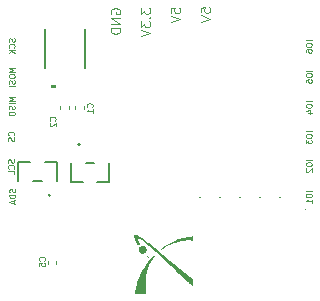
<source format=gbr>
%TF.GenerationSoftware,KiCad,Pcbnew,8.0.6-8.0.6-0~ubuntu22.04.1*%
%TF.CreationDate,2024-12-18T19:37:20+01:00*%
%TF.ProjectId,Xplore ERC IMU HAT,58706c6f-7265-4204-9552-4320494d5520,rev?*%
%TF.SameCoordinates,Original*%
%TF.FileFunction,Legend,Bot*%
%TF.FilePolarity,Positive*%
%FSLAX46Y46*%
G04 Gerber Fmt 4.6, Leading zero omitted, Abs format (unit mm)*
G04 Created by KiCad (PCBNEW 8.0.6-8.0.6-0~ubuntu22.04.1) date 2024-12-18 19:37:20*
%MOMM*%
%LPD*%
G01*
G04 APERTURE LIST*
%ADD10C,0.100000*%
%ADD11C,0.000000*%
%ADD12C,0.099398*%
%ADD13C,0.152400*%
%ADD14C,0.120000*%
G04 APERTURE END LIST*
D10*
X139735990Y-75120550D02*
X139759800Y-75096741D01*
X139759800Y-75096741D02*
X139783609Y-75025312D01*
X139783609Y-75025312D02*
X139783609Y-74977693D01*
X139783609Y-74977693D02*
X139759800Y-74906265D01*
X139759800Y-74906265D02*
X139712180Y-74858646D01*
X139712180Y-74858646D02*
X139664561Y-74834836D01*
X139664561Y-74834836D02*
X139569323Y-74811027D01*
X139569323Y-74811027D02*
X139497895Y-74811027D01*
X139497895Y-74811027D02*
X139402657Y-74834836D01*
X139402657Y-74834836D02*
X139355038Y-74858646D01*
X139355038Y-74858646D02*
X139307419Y-74906265D01*
X139307419Y-74906265D02*
X139283609Y-74977693D01*
X139283609Y-74977693D02*
X139283609Y-75025312D01*
X139283609Y-75025312D02*
X139307419Y-75096741D01*
X139307419Y-75096741D02*
X139331228Y-75120550D01*
X139783609Y-75596741D02*
X139783609Y-75311027D01*
X139783609Y-75453884D02*
X139283609Y-75453884D01*
X139283609Y-75453884D02*
X139355038Y-75406265D01*
X139355038Y-75406265D02*
X139402657Y-75358646D01*
X139402657Y-75358646D02*
X139426466Y-75311027D01*
X135685990Y-88120550D02*
X135709800Y-88096741D01*
X135709800Y-88096741D02*
X135733609Y-88025312D01*
X135733609Y-88025312D02*
X135733609Y-87977693D01*
X135733609Y-87977693D02*
X135709800Y-87906265D01*
X135709800Y-87906265D02*
X135662180Y-87858646D01*
X135662180Y-87858646D02*
X135614561Y-87834836D01*
X135614561Y-87834836D02*
X135519323Y-87811027D01*
X135519323Y-87811027D02*
X135447895Y-87811027D01*
X135447895Y-87811027D02*
X135352657Y-87834836D01*
X135352657Y-87834836D02*
X135305038Y-87858646D01*
X135305038Y-87858646D02*
X135257419Y-87906265D01*
X135257419Y-87906265D02*
X135233609Y-87977693D01*
X135233609Y-87977693D02*
X135233609Y-88025312D01*
X135233609Y-88025312D02*
X135257419Y-88096741D01*
X135257419Y-88096741D02*
X135281228Y-88120550D01*
X135233609Y-88572931D02*
X135233609Y-88334836D01*
X135233609Y-88334836D02*
X135471704Y-88311027D01*
X135471704Y-88311027D02*
X135447895Y-88334836D01*
X135447895Y-88334836D02*
X135424085Y-88382455D01*
X135424085Y-88382455D02*
X135424085Y-88501503D01*
X135424085Y-88501503D02*
X135447895Y-88549122D01*
X135447895Y-88549122D02*
X135471704Y-88572931D01*
X135471704Y-88572931D02*
X135519323Y-88596741D01*
X135519323Y-88596741D02*
X135638371Y-88596741D01*
X135638371Y-88596741D02*
X135685990Y-88572931D01*
X135685990Y-88572931D02*
X135709800Y-88549122D01*
X135709800Y-88549122D02*
X135733609Y-88501503D01*
X135733609Y-88501503D02*
X135733609Y-88382455D01*
X135733609Y-88382455D02*
X135709800Y-88334836D01*
X135709800Y-88334836D02*
X135685990Y-88311027D01*
X136585990Y-76270550D02*
X136609800Y-76246741D01*
X136609800Y-76246741D02*
X136633609Y-76175312D01*
X136633609Y-76175312D02*
X136633609Y-76127693D01*
X136633609Y-76127693D02*
X136609800Y-76056265D01*
X136609800Y-76056265D02*
X136562180Y-76008646D01*
X136562180Y-76008646D02*
X136514561Y-75984836D01*
X136514561Y-75984836D02*
X136419323Y-75961027D01*
X136419323Y-75961027D02*
X136347895Y-75961027D01*
X136347895Y-75961027D02*
X136252657Y-75984836D01*
X136252657Y-75984836D02*
X136205038Y-76008646D01*
X136205038Y-76008646D02*
X136157419Y-76056265D01*
X136157419Y-76056265D02*
X136133609Y-76127693D01*
X136133609Y-76127693D02*
X136133609Y-76175312D01*
X136133609Y-76175312D02*
X136157419Y-76246741D01*
X136157419Y-76246741D02*
X136181228Y-76270550D01*
X136181228Y-76461027D02*
X136157419Y-76484836D01*
X136157419Y-76484836D02*
X136133609Y-76532455D01*
X136133609Y-76532455D02*
X136133609Y-76651503D01*
X136133609Y-76651503D02*
X136157419Y-76699122D01*
X136157419Y-76699122D02*
X136181228Y-76722931D01*
X136181228Y-76722931D02*
X136228847Y-76746741D01*
X136228847Y-76746741D02*
X136276466Y-76746741D01*
X136276466Y-76746741D02*
X136347895Y-76722931D01*
X136347895Y-76722931D02*
X136633609Y-76437217D01*
X136633609Y-76437217D02*
X136633609Y-76746741D01*
X158326109Y-82234836D02*
X157826109Y-82234836D01*
X157826109Y-82568169D02*
X157826109Y-82663407D01*
X157826109Y-82663407D02*
X157849919Y-82711026D01*
X157849919Y-82711026D02*
X157897538Y-82758645D01*
X157897538Y-82758645D02*
X157992776Y-82782455D01*
X157992776Y-82782455D02*
X158159442Y-82782455D01*
X158159442Y-82782455D02*
X158254680Y-82758645D01*
X158254680Y-82758645D02*
X158302300Y-82711026D01*
X158302300Y-82711026D02*
X158326109Y-82663407D01*
X158326109Y-82663407D02*
X158326109Y-82568169D01*
X158326109Y-82568169D02*
X158302300Y-82520550D01*
X158302300Y-82520550D02*
X158254680Y-82472931D01*
X158254680Y-82472931D02*
X158159442Y-82449122D01*
X158159442Y-82449122D02*
X157992776Y-82449122D01*
X157992776Y-82449122D02*
X157897538Y-82472931D01*
X157897538Y-82472931D02*
X157849919Y-82520550D01*
X157849919Y-82520550D02*
X157826109Y-82568169D01*
X158326109Y-83258646D02*
X158326109Y-82972932D01*
X158326109Y-83115789D02*
X157826109Y-83115789D01*
X157826109Y-83115789D02*
X157897538Y-83068170D01*
X157897538Y-83068170D02*
X157945157Y-83020551D01*
X157945157Y-83020551D02*
X157968966Y-82972932D01*
X158326109Y-77184836D02*
X157826109Y-77184836D01*
X157826109Y-77518169D02*
X157826109Y-77613407D01*
X157826109Y-77613407D02*
X157849919Y-77661026D01*
X157849919Y-77661026D02*
X157897538Y-77708645D01*
X157897538Y-77708645D02*
X157992776Y-77732455D01*
X157992776Y-77732455D02*
X158159442Y-77732455D01*
X158159442Y-77732455D02*
X158254680Y-77708645D01*
X158254680Y-77708645D02*
X158302300Y-77661026D01*
X158302300Y-77661026D02*
X158326109Y-77613407D01*
X158326109Y-77613407D02*
X158326109Y-77518169D01*
X158326109Y-77518169D02*
X158302300Y-77470550D01*
X158302300Y-77470550D02*
X158254680Y-77422931D01*
X158254680Y-77422931D02*
X158159442Y-77399122D01*
X158159442Y-77399122D02*
X157992776Y-77399122D01*
X157992776Y-77399122D02*
X157897538Y-77422931D01*
X157897538Y-77422931D02*
X157849919Y-77470550D01*
X157849919Y-77470550D02*
X157826109Y-77518169D01*
X157826109Y-77899122D02*
X157826109Y-78208646D01*
X157826109Y-78208646D02*
X158016585Y-78041979D01*
X158016585Y-78041979D02*
X158016585Y-78113408D01*
X158016585Y-78113408D02*
X158040395Y-78161027D01*
X158040395Y-78161027D02*
X158064204Y-78184836D01*
X158064204Y-78184836D02*
X158111823Y-78208646D01*
X158111823Y-78208646D02*
X158230871Y-78208646D01*
X158230871Y-78208646D02*
X158278490Y-78184836D01*
X158278490Y-78184836D02*
X158302300Y-78161027D01*
X158302300Y-78161027D02*
X158326109Y-78113408D01*
X158326109Y-78113408D02*
X158326109Y-77970551D01*
X158326109Y-77970551D02*
X158302300Y-77922932D01*
X158302300Y-77922932D02*
X158278490Y-77899122D01*
X133176109Y-71793734D02*
X132676109Y-71793734D01*
X132676109Y-71793734D02*
X133033252Y-71960401D01*
X133033252Y-71960401D02*
X132676109Y-72127067D01*
X132676109Y-72127067D02*
X133176109Y-72127067D01*
X132676109Y-72460401D02*
X132676109Y-72555639D01*
X132676109Y-72555639D02*
X132699919Y-72603258D01*
X132699919Y-72603258D02*
X132747538Y-72650877D01*
X132747538Y-72650877D02*
X132842776Y-72674687D01*
X132842776Y-72674687D02*
X133009442Y-72674687D01*
X133009442Y-72674687D02*
X133104680Y-72650877D01*
X133104680Y-72650877D02*
X133152300Y-72603258D01*
X133152300Y-72603258D02*
X133176109Y-72555639D01*
X133176109Y-72555639D02*
X133176109Y-72460401D01*
X133176109Y-72460401D02*
X133152300Y-72412782D01*
X133152300Y-72412782D02*
X133104680Y-72365163D01*
X133104680Y-72365163D02*
X133009442Y-72341354D01*
X133009442Y-72341354D02*
X132842776Y-72341354D01*
X132842776Y-72341354D02*
X132747538Y-72365163D01*
X132747538Y-72365163D02*
X132699919Y-72412782D01*
X132699919Y-72412782D02*
X132676109Y-72460401D01*
X133152300Y-72865164D02*
X133176109Y-72936592D01*
X133176109Y-72936592D02*
X133176109Y-73055640D01*
X133176109Y-73055640D02*
X133152300Y-73103259D01*
X133152300Y-73103259D02*
X133128490Y-73127068D01*
X133128490Y-73127068D02*
X133080871Y-73150878D01*
X133080871Y-73150878D02*
X133033252Y-73150878D01*
X133033252Y-73150878D02*
X132985633Y-73127068D01*
X132985633Y-73127068D02*
X132961823Y-73103259D01*
X132961823Y-73103259D02*
X132938014Y-73055640D01*
X132938014Y-73055640D02*
X132914204Y-72960402D01*
X132914204Y-72960402D02*
X132890395Y-72912783D01*
X132890395Y-72912783D02*
X132866585Y-72888973D01*
X132866585Y-72888973D02*
X132818966Y-72865164D01*
X132818966Y-72865164D02*
X132771347Y-72865164D01*
X132771347Y-72865164D02*
X132723728Y-72888973D01*
X132723728Y-72888973D02*
X132699919Y-72912783D01*
X132699919Y-72912783D02*
X132676109Y-72960402D01*
X132676109Y-72960402D02*
X132676109Y-73079449D01*
X132676109Y-73079449D02*
X132699919Y-73150878D01*
X133176109Y-73365163D02*
X132676109Y-73365163D01*
X143844895Y-66730074D02*
X143844895Y-67225312D01*
X143844895Y-67225312D02*
X144149657Y-66958646D01*
X144149657Y-66958646D02*
X144149657Y-67072931D01*
X144149657Y-67072931D02*
X144187752Y-67149122D01*
X144187752Y-67149122D02*
X144225847Y-67187217D01*
X144225847Y-67187217D02*
X144302038Y-67225312D01*
X144302038Y-67225312D02*
X144492514Y-67225312D01*
X144492514Y-67225312D02*
X144568704Y-67187217D01*
X144568704Y-67187217D02*
X144606800Y-67149122D01*
X144606800Y-67149122D02*
X144644895Y-67072931D01*
X144644895Y-67072931D02*
X144644895Y-66844360D01*
X144644895Y-66844360D02*
X144606800Y-66768169D01*
X144606800Y-66768169D02*
X144568704Y-66730074D01*
X144568704Y-67568170D02*
X144606800Y-67606265D01*
X144606800Y-67606265D02*
X144644895Y-67568170D01*
X144644895Y-67568170D02*
X144606800Y-67530074D01*
X144606800Y-67530074D02*
X144568704Y-67568170D01*
X144568704Y-67568170D02*
X144644895Y-67568170D01*
X143844895Y-67872931D02*
X143844895Y-68368169D01*
X143844895Y-68368169D02*
X144149657Y-68101503D01*
X144149657Y-68101503D02*
X144149657Y-68215788D01*
X144149657Y-68215788D02*
X144187752Y-68291979D01*
X144187752Y-68291979D02*
X144225847Y-68330074D01*
X144225847Y-68330074D02*
X144302038Y-68368169D01*
X144302038Y-68368169D02*
X144492514Y-68368169D01*
X144492514Y-68368169D02*
X144568704Y-68330074D01*
X144568704Y-68330074D02*
X144606800Y-68291979D01*
X144606800Y-68291979D02*
X144644895Y-68215788D01*
X144644895Y-68215788D02*
X144644895Y-67987217D01*
X144644895Y-67987217D02*
X144606800Y-67911026D01*
X144606800Y-67911026D02*
X144568704Y-67872931D01*
X143844895Y-68596741D02*
X144644895Y-68863408D01*
X144644895Y-68863408D02*
X143844895Y-69130074D01*
X148924895Y-67097217D02*
X148924895Y-66716265D01*
X148924895Y-66716265D02*
X149305847Y-66678169D01*
X149305847Y-66678169D02*
X149267752Y-66716265D01*
X149267752Y-66716265D02*
X149229657Y-66792455D01*
X149229657Y-66792455D02*
X149229657Y-66982931D01*
X149229657Y-66982931D02*
X149267752Y-67059122D01*
X149267752Y-67059122D02*
X149305847Y-67097217D01*
X149305847Y-67097217D02*
X149382038Y-67135312D01*
X149382038Y-67135312D02*
X149572514Y-67135312D01*
X149572514Y-67135312D02*
X149648704Y-67097217D01*
X149648704Y-67097217D02*
X149686800Y-67059122D01*
X149686800Y-67059122D02*
X149724895Y-66982931D01*
X149724895Y-66982931D02*
X149724895Y-66792455D01*
X149724895Y-66792455D02*
X149686800Y-66716265D01*
X149686800Y-66716265D02*
X149648704Y-66678169D01*
X148924895Y-67363884D02*
X149724895Y-67630551D01*
X149724895Y-67630551D02*
X148924895Y-67897217D01*
X158326109Y-72034836D02*
X157826109Y-72034836D01*
X157826109Y-72368169D02*
X157826109Y-72463407D01*
X157826109Y-72463407D02*
X157849919Y-72511026D01*
X157849919Y-72511026D02*
X157897538Y-72558645D01*
X157897538Y-72558645D02*
X157992776Y-72582455D01*
X157992776Y-72582455D02*
X158159442Y-72582455D01*
X158159442Y-72582455D02*
X158254680Y-72558645D01*
X158254680Y-72558645D02*
X158302300Y-72511026D01*
X158302300Y-72511026D02*
X158326109Y-72463407D01*
X158326109Y-72463407D02*
X158326109Y-72368169D01*
X158326109Y-72368169D02*
X158302300Y-72320550D01*
X158302300Y-72320550D02*
X158254680Y-72272931D01*
X158254680Y-72272931D02*
X158159442Y-72249122D01*
X158159442Y-72249122D02*
X157992776Y-72249122D01*
X157992776Y-72249122D02*
X157897538Y-72272931D01*
X157897538Y-72272931D02*
X157849919Y-72320550D01*
X157849919Y-72320550D02*
X157826109Y-72368169D01*
X157826109Y-73034836D02*
X157826109Y-72796741D01*
X157826109Y-72796741D02*
X158064204Y-72772932D01*
X158064204Y-72772932D02*
X158040395Y-72796741D01*
X158040395Y-72796741D02*
X158016585Y-72844360D01*
X158016585Y-72844360D02*
X158016585Y-72963408D01*
X158016585Y-72963408D02*
X158040395Y-73011027D01*
X158040395Y-73011027D02*
X158064204Y-73034836D01*
X158064204Y-73034836D02*
X158111823Y-73058646D01*
X158111823Y-73058646D02*
X158230871Y-73058646D01*
X158230871Y-73058646D02*
X158278490Y-73034836D01*
X158278490Y-73034836D02*
X158302300Y-73011027D01*
X158302300Y-73011027D02*
X158326109Y-72963408D01*
X158326109Y-72963408D02*
X158326109Y-72844360D01*
X158326109Y-72844360D02*
X158302300Y-72796741D01*
X158302300Y-72796741D02*
X158278490Y-72772932D01*
X133202300Y-82074688D02*
X133226109Y-82146116D01*
X133226109Y-82146116D02*
X133226109Y-82265164D01*
X133226109Y-82265164D02*
X133202300Y-82312783D01*
X133202300Y-82312783D02*
X133178490Y-82336592D01*
X133178490Y-82336592D02*
X133130871Y-82360402D01*
X133130871Y-82360402D02*
X133083252Y-82360402D01*
X133083252Y-82360402D02*
X133035633Y-82336592D01*
X133035633Y-82336592D02*
X133011823Y-82312783D01*
X133011823Y-82312783D02*
X132988014Y-82265164D01*
X132988014Y-82265164D02*
X132964204Y-82169926D01*
X132964204Y-82169926D02*
X132940395Y-82122307D01*
X132940395Y-82122307D02*
X132916585Y-82098497D01*
X132916585Y-82098497D02*
X132868966Y-82074688D01*
X132868966Y-82074688D02*
X132821347Y-82074688D01*
X132821347Y-82074688D02*
X132773728Y-82098497D01*
X132773728Y-82098497D02*
X132749919Y-82122307D01*
X132749919Y-82122307D02*
X132726109Y-82169926D01*
X132726109Y-82169926D02*
X132726109Y-82288973D01*
X132726109Y-82288973D02*
X132749919Y-82360402D01*
X133226109Y-82574687D02*
X132726109Y-82574687D01*
X132726109Y-82574687D02*
X132726109Y-82693735D01*
X132726109Y-82693735D02*
X132749919Y-82765163D01*
X132749919Y-82765163D02*
X132797538Y-82812782D01*
X132797538Y-82812782D02*
X132845157Y-82836592D01*
X132845157Y-82836592D02*
X132940395Y-82860401D01*
X132940395Y-82860401D02*
X133011823Y-82860401D01*
X133011823Y-82860401D02*
X133107061Y-82836592D01*
X133107061Y-82836592D02*
X133154680Y-82812782D01*
X133154680Y-82812782D02*
X133202300Y-82765163D01*
X133202300Y-82765163D02*
X133226109Y-82693735D01*
X133226109Y-82693735D02*
X133226109Y-82574687D01*
X133083252Y-83050878D02*
X133083252Y-83288973D01*
X133226109Y-83003259D02*
X132726109Y-83169925D01*
X132726109Y-83169925D02*
X133226109Y-83336592D01*
X133102300Y-79548497D02*
X133126109Y-79619925D01*
X133126109Y-79619925D02*
X133126109Y-79738973D01*
X133126109Y-79738973D02*
X133102300Y-79786592D01*
X133102300Y-79786592D02*
X133078490Y-79810401D01*
X133078490Y-79810401D02*
X133030871Y-79834211D01*
X133030871Y-79834211D02*
X132983252Y-79834211D01*
X132983252Y-79834211D02*
X132935633Y-79810401D01*
X132935633Y-79810401D02*
X132911823Y-79786592D01*
X132911823Y-79786592D02*
X132888014Y-79738973D01*
X132888014Y-79738973D02*
X132864204Y-79643735D01*
X132864204Y-79643735D02*
X132840395Y-79596116D01*
X132840395Y-79596116D02*
X132816585Y-79572306D01*
X132816585Y-79572306D02*
X132768966Y-79548497D01*
X132768966Y-79548497D02*
X132721347Y-79548497D01*
X132721347Y-79548497D02*
X132673728Y-79572306D01*
X132673728Y-79572306D02*
X132649919Y-79596116D01*
X132649919Y-79596116D02*
X132626109Y-79643735D01*
X132626109Y-79643735D02*
X132626109Y-79762782D01*
X132626109Y-79762782D02*
X132649919Y-79834211D01*
X133078490Y-80334210D02*
X133102300Y-80310401D01*
X133102300Y-80310401D02*
X133126109Y-80238972D01*
X133126109Y-80238972D02*
X133126109Y-80191353D01*
X133126109Y-80191353D02*
X133102300Y-80119925D01*
X133102300Y-80119925D02*
X133054680Y-80072306D01*
X133054680Y-80072306D02*
X133007061Y-80048496D01*
X133007061Y-80048496D02*
X132911823Y-80024687D01*
X132911823Y-80024687D02*
X132840395Y-80024687D01*
X132840395Y-80024687D02*
X132745157Y-80048496D01*
X132745157Y-80048496D02*
X132697538Y-80072306D01*
X132697538Y-80072306D02*
X132649919Y-80119925D01*
X132649919Y-80119925D02*
X132626109Y-80191353D01*
X132626109Y-80191353D02*
X132626109Y-80238972D01*
X132626109Y-80238972D02*
X132649919Y-80310401D01*
X132649919Y-80310401D02*
X132673728Y-80334210D01*
X133126109Y-80786591D02*
X133126109Y-80548496D01*
X133126109Y-80548496D02*
X132626109Y-80548496D01*
X158326109Y-74634836D02*
X157826109Y-74634836D01*
X157826109Y-74968169D02*
X157826109Y-75063407D01*
X157826109Y-75063407D02*
X157849919Y-75111026D01*
X157849919Y-75111026D02*
X157897538Y-75158645D01*
X157897538Y-75158645D02*
X157992776Y-75182455D01*
X157992776Y-75182455D02*
X158159442Y-75182455D01*
X158159442Y-75182455D02*
X158254680Y-75158645D01*
X158254680Y-75158645D02*
X158302300Y-75111026D01*
X158302300Y-75111026D02*
X158326109Y-75063407D01*
X158326109Y-75063407D02*
X158326109Y-74968169D01*
X158326109Y-74968169D02*
X158302300Y-74920550D01*
X158302300Y-74920550D02*
X158254680Y-74872931D01*
X158254680Y-74872931D02*
X158159442Y-74849122D01*
X158159442Y-74849122D02*
X157992776Y-74849122D01*
X157992776Y-74849122D02*
X157897538Y-74872931D01*
X157897538Y-74872931D02*
X157849919Y-74920550D01*
X157849919Y-74920550D02*
X157826109Y-74968169D01*
X157992776Y-75611027D02*
X158326109Y-75611027D01*
X157802300Y-75491979D02*
X158159442Y-75372932D01*
X158159442Y-75372932D02*
X158159442Y-75682455D01*
X146384895Y-67137217D02*
X146384895Y-66756265D01*
X146384895Y-66756265D02*
X146765847Y-66718169D01*
X146765847Y-66718169D02*
X146727752Y-66756265D01*
X146727752Y-66756265D02*
X146689657Y-66832455D01*
X146689657Y-66832455D02*
X146689657Y-67022931D01*
X146689657Y-67022931D02*
X146727752Y-67099122D01*
X146727752Y-67099122D02*
X146765847Y-67137217D01*
X146765847Y-67137217D02*
X146842038Y-67175312D01*
X146842038Y-67175312D02*
X147032514Y-67175312D01*
X147032514Y-67175312D02*
X147108704Y-67137217D01*
X147108704Y-67137217D02*
X147146800Y-67099122D01*
X147146800Y-67099122D02*
X147184895Y-67022931D01*
X147184895Y-67022931D02*
X147184895Y-66832455D01*
X147184895Y-66832455D02*
X147146800Y-66756265D01*
X147146800Y-66756265D02*
X147108704Y-66718169D01*
X146384895Y-67403884D02*
X147184895Y-67670551D01*
X147184895Y-67670551D02*
X146384895Y-67937217D01*
X158326109Y-79584836D02*
X157826109Y-79584836D01*
X157826109Y-79918169D02*
X157826109Y-80013407D01*
X157826109Y-80013407D02*
X157849919Y-80061026D01*
X157849919Y-80061026D02*
X157897538Y-80108645D01*
X157897538Y-80108645D02*
X157992776Y-80132455D01*
X157992776Y-80132455D02*
X158159442Y-80132455D01*
X158159442Y-80132455D02*
X158254680Y-80108645D01*
X158254680Y-80108645D02*
X158302300Y-80061026D01*
X158302300Y-80061026D02*
X158326109Y-80013407D01*
X158326109Y-80013407D02*
X158326109Y-79918169D01*
X158326109Y-79918169D02*
X158302300Y-79870550D01*
X158302300Y-79870550D02*
X158254680Y-79822931D01*
X158254680Y-79822931D02*
X158159442Y-79799122D01*
X158159442Y-79799122D02*
X157992776Y-79799122D01*
X157992776Y-79799122D02*
X157897538Y-79822931D01*
X157897538Y-79822931D02*
X157849919Y-79870550D01*
X157849919Y-79870550D02*
X157826109Y-79918169D01*
X157873728Y-80322932D02*
X157849919Y-80346741D01*
X157849919Y-80346741D02*
X157826109Y-80394360D01*
X157826109Y-80394360D02*
X157826109Y-80513408D01*
X157826109Y-80513408D02*
X157849919Y-80561027D01*
X157849919Y-80561027D02*
X157873728Y-80584836D01*
X157873728Y-80584836D02*
X157921347Y-80608646D01*
X157921347Y-80608646D02*
X157968966Y-80608646D01*
X157968966Y-80608646D02*
X158040395Y-80584836D01*
X158040395Y-80584836D02*
X158326109Y-80299122D01*
X158326109Y-80299122D02*
X158326109Y-80608646D01*
X158326109Y-69484836D02*
X157826109Y-69484836D01*
X157826109Y-69818169D02*
X157826109Y-69913407D01*
X157826109Y-69913407D02*
X157849919Y-69961026D01*
X157849919Y-69961026D02*
X157897538Y-70008645D01*
X157897538Y-70008645D02*
X157992776Y-70032455D01*
X157992776Y-70032455D02*
X158159442Y-70032455D01*
X158159442Y-70032455D02*
X158254680Y-70008645D01*
X158254680Y-70008645D02*
X158302300Y-69961026D01*
X158302300Y-69961026D02*
X158326109Y-69913407D01*
X158326109Y-69913407D02*
X158326109Y-69818169D01*
X158326109Y-69818169D02*
X158302300Y-69770550D01*
X158302300Y-69770550D02*
X158254680Y-69722931D01*
X158254680Y-69722931D02*
X158159442Y-69699122D01*
X158159442Y-69699122D02*
X157992776Y-69699122D01*
X157992776Y-69699122D02*
X157897538Y-69722931D01*
X157897538Y-69722931D02*
X157849919Y-69770550D01*
X157849919Y-69770550D02*
X157826109Y-69818169D01*
X157826109Y-70461027D02*
X157826109Y-70365789D01*
X157826109Y-70365789D02*
X157849919Y-70318170D01*
X157849919Y-70318170D02*
X157873728Y-70294360D01*
X157873728Y-70294360D02*
X157945157Y-70246741D01*
X157945157Y-70246741D02*
X158040395Y-70222932D01*
X158040395Y-70222932D02*
X158230871Y-70222932D01*
X158230871Y-70222932D02*
X158278490Y-70246741D01*
X158278490Y-70246741D02*
X158302300Y-70270551D01*
X158302300Y-70270551D02*
X158326109Y-70318170D01*
X158326109Y-70318170D02*
X158326109Y-70413408D01*
X158326109Y-70413408D02*
X158302300Y-70461027D01*
X158302300Y-70461027D02*
X158278490Y-70484836D01*
X158278490Y-70484836D02*
X158230871Y-70508646D01*
X158230871Y-70508646D02*
X158111823Y-70508646D01*
X158111823Y-70508646D02*
X158064204Y-70484836D01*
X158064204Y-70484836D02*
X158040395Y-70461027D01*
X158040395Y-70461027D02*
X158016585Y-70413408D01*
X158016585Y-70413408D02*
X158016585Y-70318170D01*
X158016585Y-70318170D02*
X158040395Y-70270551D01*
X158040395Y-70270551D02*
X158064204Y-70246741D01*
X158064204Y-70246741D02*
X158111823Y-70222932D01*
X133152300Y-69303259D02*
X133176109Y-69374687D01*
X133176109Y-69374687D02*
X133176109Y-69493735D01*
X133176109Y-69493735D02*
X133152300Y-69541354D01*
X133152300Y-69541354D02*
X133128490Y-69565163D01*
X133128490Y-69565163D02*
X133080871Y-69588973D01*
X133080871Y-69588973D02*
X133033252Y-69588973D01*
X133033252Y-69588973D02*
X132985633Y-69565163D01*
X132985633Y-69565163D02*
X132961823Y-69541354D01*
X132961823Y-69541354D02*
X132938014Y-69493735D01*
X132938014Y-69493735D02*
X132914204Y-69398497D01*
X132914204Y-69398497D02*
X132890395Y-69350878D01*
X132890395Y-69350878D02*
X132866585Y-69327068D01*
X132866585Y-69327068D02*
X132818966Y-69303259D01*
X132818966Y-69303259D02*
X132771347Y-69303259D01*
X132771347Y-69303259D02*
X132723728Y-69327068D01*
X132723728Y-69327068D02*
X132699919Y-69350878D01*
X132699919Y-69350878D02*
X132676109Y-69398497D01*
X132676109Y-69398497D02*
X132676109Y-69517544D01*
X132676109Y-69517544D02*
X132699919Y-69588973D01*
X133128490Y-70088972D02*
X133152300Y-70065163D01*
X133152300Y-70065163D02*
X133176109Y-69993734D01*
X133176109Y-69993734D02*
X133176109Y-69946115D01*
X133176109Y-69946115D02*
X133152300Y-69874687D01*
X133152300Y-69874687D02*
X133104680Y-69827068D01*
X133104680Y-69827068D02*
X133057061Y-69803258D01*
X133057061Y-69803258D02*
X132961823Y-69779449D01*
X132961823Y-69779449D02*
X132890395Y-69779449D01*
X132890395Y-69779449D02*
X132795157Y-69803258D01*
X132795157Y-69803258D02*
X132747538Y-69827068D01*
X132747538Y-69827068D02*
X132699919Y-69874687D01*
X132699919Y-69874687D02*
X132676109Y-69946115D01*
X132676109Y-69946115D02*
X132676109Y-69993734D01*
X132676109Y-69993734D02*
X132699919Y-70065163D01*
X132699919Y-70065163D02*
X132723728Y-70088972D01*
X133176109Y-70303258D02*
X132676109Y-70303258D01*
X133176109Y-70588972D02*
X132890395Y-70374687D01*
X132676109Y-70588972D02*
X132961823Y-70303258D01*
X133176109Y-74243734D02*
X132676109Y-74243734D01*
X132676109Y-74243734D02*
X133033252Y-74410401D01*
X133033252Y-74410401D02*
X132676109Y-74577067D01*
X132676109Y-74577067D02*
X133176109Y-74577067D01*
X133176109Y-74815163D02*
X132676109Y-74815163D01*
X133152300Y-75029449D02*
X133176109Y-75100877D01*
X133176109Y-75100877D02*
X133176109Y-75219925D01*
X133176109Y-75219925D02*
X133152300Y-75267544D01*
X133152300Y-75267544D02*
X133128490Y-75291353D01*
X133128490Y-75291353D02*
X133080871Y-75315163D01*
X133080871Y-75315163D02*
X133033252Y-75315163D01*
X133033252Y-75315163D02*
X132985633Y-75291353D01*
X132985633Y-75291353D02*
X132961823Y-75267544D01*
X132961823Y-75267544D02*
X132938014Y-75219925D01*
X132938014Y-75219925D02*
X132914204Y-75124687D01*
X132914204Y-75124687D02*
X132890395Y-75077068D01*
X132890395Y-75077068D02*
X132866585Y-75053258D01*
X132866585Y-75053258D02*
X132818966Y-75029449D01*
X132818966Y-75029449D02*
X132771347Y-75029449D01*
X132771347Y-75029449D02*
X132723728Y-75053258D01*
X132723728Y-75053258D02*
X132699919Y-75077068D01*
X132699919Y-75077068D02*
X132676109Y-75124687D01*
X132676109Y-75124687D02*
X132676109Y-75243734D01*
X132676109Y-75243734D02*
X132699919Y-75315163D01*
X132676109Y-75624686D02*
X132676109Y-75719924D01*
X132676109Y-75719924D02*
X132699919Y-75767543D01*
X132699919Y-75767543D02*
X132747538Y-75815162D01*
X132747538Y-75815162D02*
X132842776Y-75838972D01*
X132842776Y-75838972D02*
X133009442Y-75838972D01*
X133009442Y-75838972D02*
X133104680Y-75815162D01*
X133104680Y-75815162D02*
X133152300Y-75767543D01*
X133152300Y-75767543D02*
X133176109Y-75719924D01*
X133176109Y-75719924D02*
X133176109Y-75624686D01*
X133176109Y-75624686D02*
X133152300Y-75577067D01*
X133152300Y-75577067D02*
X133104680Y-75529448D01*
X133104680Y-75529448D02*
X133009442Y-75505639D01*
X133009442Y-75505639D02*
X132842776Y-75505639D01*
X132842776Y-75505639D02*
X132747538Y-75529448D01*
X132747538Y-75529448D02*
X132699919Y-75577067D01*
X132699919Y-75577067D02*
X132676109Y-75624686D01*
X133078490Y-77512782D02*
X133102300Y-77488973D01*
X133102300Y-77488973D02*
X133126109Y-77417544D01*
X133126109Y-77417544D02*
X133126109Y-77369925D01*
X133126109Y-77369925D02*
X133102300Y-77298497D01*
X133102300Y-77298497D02*
X133054680Y-77250878D01*
X133054680Y-77250878D02*
X133007061Y-77227068D01*
X133007061Y-77227068D02*
X132911823Y-77203259D01*
X132911823Y-77203259D02*
X132840395Y-77203259D01*
X132840395Y-77203259D02*
X132745157Y-77227068D01*
X132745157Y-77227068D02*
X132697538Y-77250878D01*
X132697538Y-77250878D02*
X132649919Y-77298497D01*
X132649919Y-77298497D02*
X132626109Y-77369925D01*
X132626109Y-77369925D02*
X132626109Y-77417544D01*
X132626109Y-77417544D02*
X132649919Y-77488973D01*
X132649919Y-77488973D02*
X132673728Y-77512782D01*
X133102300Y-77703259D02*
X133126109Y-77774687D01*
X133126109Y-77774687D02*
X133126109Y-77893735D01*
X133126109Y-77893735D02*
X133102300Y-77941354D01*
X133102300Y-77941354D02*
X133078490Y-77965163D01*
X133078490Y-77965163D02*
X133030871Y-77988973D01*
X133030871Y-77988973D02*
X132983252Y-77988973D01*
X132983252Y-77988973D02*
X132935633Y-77965163D01*
X132935633Y-77965163D02*
X132911823Y-77941354D01*
X132911823Y-77941354D02*
X132888014Y-77893735D01*
X132888014Y-77893735D02*
X132864204Y-77798497D01*
X132864204Y-77798497D02*
X132840395Y-77750878D01*
X132840395Y-77750878D02*
X132816585Y-77727068D01*
X132816585Y-77727068D02*
X132768966Y-77703259D01*
X132768966Y-77703259D02*
X132721347Y-77703259D01*
X132721347Y-77703259D02*
X132673728Y-77727068D01*
X132673728Y-77727068D02*
X132649919Y-77750878D01*
X132649919Y-77750878D02*
X132626109Y-77798497D01*
X132626109Y-77798497D02*
X132626109Y-77917544D01*
X132626109Y-77917544D02*
X132649919Y-77988973D01*
X141342990Y-67225312D02*
X141304895Y-67149122D01*
X141304895Y-67149122D02*
X141304895Y-67034836D01*
X141304895Y-67034836D02*
X141342990Y-66920550D01*
X141342990Y-66920550D02*
X141419180Y-66844360D01*
X141419180Y-66844360D02*
X141495371Y-66806265D01*
X141495371Y-66806265D02*
X141647752Y-66768169D01*
X141647752Y-66768169D02*
X141762038Y-66768169D01*
X141762038Y-66768169D02*
X141914419Y-66806265D01*
X141914419Y-66806265D02*
X141990609Y-66844360D01*
X141990609Y-66844360D02*
X142066800Y-66920550D01*
X142066800Y-66920550D02*
X142104895Y-67034836D01*
X142104895Y-67034836D02*
X142104895Y-67111027D01*
X142104895Y-67111027D02*
X142066800Y-67225312D01*
X142066800Y-67225312D02*
X142028704Y-67263408D01*
X142028704Y-67263408D02*
X141762038Y-67263408D01*
X141762038Y-67263408D02*
X141762038Y-67111027D01*
X142104895Y-67606265D02*
X141304895Y-67606265D01*
X141304895Y-67606265D02*
X142104895Y-68063408D01*
X142104895Y-68063408D02*
X141304895Y-68063408D01*
X142104895Y-68444360D02*
X141304895Y-68444360D01*
X141304895Y-68444360D02*
X141304895Y-68634836D01*
X141304895Y-68634836D02*
X141342990Y-68749122D01*
X141342990Y-68749122D02*
X141419180Y-68825312D01*
X141419180Y-68825312D02*
X141495371Y-68863407D01*
X141495371Y-68863407D02*
X141647752Y-68901503D01*
X141647752Y-68901503D02*
X141762038Y-68901503D01*
X141762038Y-68901503D02*
X141914419Y-68863407D01*
X141914419Y-68863407D02*
X141990609Y-68825312D01*
X141990609Y-68825312D02*
X142066800Y-68749122D01*
X142066800Y-68749122D02*
X142104895Y-68634836D01*
X142104895Y-68634836D02*
X142104895Y-68444360D01*
D11*
%TO.C,G1*%
G36*
X144379709Y-87631430D02*
G01*
X144382760Y-87634120D01*
X144382830Y-87634193D01*
X144386374Y-87638246D01*
X144393785Y-87646958D01*
X144404613Y-87659795D01*
X144418410Y-87676222D01*
X144434728Y-87695704D01*
X144453117Y-87717705D01*
X144473128Y-87741691D01*
X144494314Y-87767126D01*
X144599835Y-87893915D01*
X144576917Y-87918880D01*
X144570305Y-87926063D01*
X144561773Y-87935269D01*
X144555821Y-87941608D01*
X144553449Y-87944009D01*
X144551255Y-87941600D01*
X144545206Y-87934535D01*
X144535787Y-87923391D01*
X144523480Y-87908748D01*
X144508768Y-87891186D01*
X144492132Y-87871285D01*
X144474056Y-87849624D01*
X144455021Y-87826784D01*
X144435509Y-87803344D01*
X144416004Y-87779884D01*
X144396987Y-87756984D01*
X144378941Y-87735223D01*
X144362348Y-87715182D01*
X144347690Y-87697439D01*
X144335450Y-87682576D01*
X144326110Y-87671171D01*
X144320152Y-87663804D01*
X144318059Y-87661056D01*
X144319208Y-87660039D01*
X144325129Y-87656303D01*
X144334952Y-87650626D01*
X144347393Y-87643764D01*
X144351120Y-87641751D01*
X144363382Y-87635284D01*
X144371348Y-87631650D01*
X144376348Y-87630486D01*
X144379709Y-87631430D01*
G37*
G36*
X144052584Y-86871837D02*
G01*
X144082119Y-86876233D01*
X144088875Y-86877758D01*
X144133453Y-86891619D01*
X144175046Y-86911491D01*
X144213876Y-86937498D01*
X144250162Y-86969762D01*
X144265900Y-86986736D01*
X144294295Y-87024448D01*
X144316736Y-87064995D01*
X144333086Y-87107857D01*
X144343207Y-87152511D01*
X144346963Y-87198436D01*
X144344215Y-87245110D01*
X144334828Y-87292012D01*
X144329712Y-87308647D01*
X144313212Y-87347744D01*
X144291230Y-87385568D01*
X144264670Y-87420853D01*
X144234438Y-87452332D01*
X144201437Y-87478740D01*
X144200370Y-87479468D01*
X144175263Y-87494247D01*
X144145739Y-87508008D01*
X144114057Y-87519898D01*
X144082478Y-87529063D01*
X144053263Y-87534652D01*
X144046274Y-87535117D01*
X144033679Y-87535356D01*
X144017845Y-87535291D01*
X144000644Y-87534912D01*
X143996773Y-87534769D01*
X143950935Y-87529664D01*
X143907644Y-87518672D01*
X143867198Y-87502281D01*
X143829894Y-87480980D01*
X143796031Y-87455257D01*
X143765906Y-87425599D01*
X143739817Y-87392495D01*
X143718062Y-87356433D01*
X143700938Y-87317901D01*
X143688745Y-87277387D01*
X143681779Y-87235380D01*
X143680338Y-87192366D01*
X143684721Y-87148835D01*
X143695225Y-87105275D01*
X143712148Y-87062173D01*
X143724535Y-87037949D01*
X143741204Y-87011344D01*
X143760671Y-86986879D01*
X143784667Y-86962167D01*
X143818141Y-86933623D01*
X143853306Y-86910754D01*
X143891459Y-86892899D01*
X143934041Y-86879257D01*
X143953854Y-86875081D01*
X143985822Y-86871314D01*
X144019608Y-86870215D01*
X144052584Y-86871837D01*
G37*
G36*
X148279807Y-86436875D02*
G01*
X148272169Y-86436848D01*
X148267639Y-86436569D01*
X148257188Y-86435532D01*
X148243123Y-86433908D01*
X148227187Y-86431891D01*
X148171139Y-86425453D01*
X148089156Y-86419050D01*
X148002693Y-86415528D01*
X147912718Y-86414892D01*
X147820199Y-86417143D01*
X147726102Y-86422283D01*
X147631397Y-86430316D01*
X147567217Y-86437319D01*
X147422635Y-86457235D01*
X147275577Y-86483140D01*
X147125943Y-86515057D01*
X146973634Y-86553008D01*
X146818547Y-86597017D01*
X146660584Y-86647105D01*
X146656354Y-86648516D01*
X146579498Y-86674594D01*
X146508708Y-86699506D01*
X146443432Y-86723458D01*
X146383118Y-86746658D01*
X146327214Y-86769313D01*
X146275169Y-86791629D01*
X146266493Y-86795511D01*
X146239504Y-86808035D01*
X146208528Y-86822933D01*
X146174969Y-86839494D01*
X146140228Y-86857005D01*
X146105708Y-86874756D01*
X146072812Y-86892035D01*
X146042942Y-86908131D01*
X146017500Y-86922332D01*
X145964520Y-86953565D01*
X145902686Y-86992157D01*
X145840474Y-87033114D01*
X145779236Y-87075498D01*
X145720323Y-87118371D01*
X145665087Y-87160794D01*
X145614878Y-87201831D01*
X145592811Y-87220527D01*
X145577535Y-87206394D01*
X145570849Y-87200193D01*
X145558131Y-87188342D01*
X145546392Y-87177348D01*
X145530527Y-87162435D01*
X145576946Y-87126644D01*
X145620387Y-87093463D01*
X145771627Y-86982813D01*
X145924138Y-86878774D01*
X146078060Y-86781279D01*
X146233530Y-86690258D01*
X146390686Y-86605642D01*
X146549667Y-86527362D01*
X146710611Y-86455349D01*
X146873657Y-86389534D01*
X147038943Y-86329849D01*
X147206606Y-86276223D01*
X147376786Y-86228588D01*
X147467663Y-86205894D01*
X147585031Y-86179173D01*
X147707974Y-86153877D01*
X147835882Y-86130120D01*
X147968148Y-86108012D01*
X148104161Y-86087666D01*
X148243313Y-86069194D01*
X148279807Y-86064650D01*
X148279807Y-86436875D01*
G37*
G36*
X144978596Y-87663101D02*
G01*
X144980987Y-87664924D01*
X144982199Y-87666071D01*
X144988260Y-87672195D01*
X144997527Y-87681843D01*
X145008976Y-87693942D01*
X145021582Y-87707419D01*
X145055555Y-87743948D01*
X145044111Y-87757239D01*
X145030826Y-87772726D01*
X144992817Y-87817733D01*
X144957648Y-87860441D01*
X144925988Y-87900032D01*
X144898504Y-87935686D01*
X144856834Y-87992507D01*
X144780381Y-88105415D01*
X144709004Y-88222769D01*
X144642726Y-88344500D01*
X144581571Y-88470539D01*
X144525563Y-88600820D01*
X144474724Y-88735272D01*
X144429077Y-88873830D01*
X144388646Y-89016424D01*
X144353455Y-89162986D01*
X144323526Y-89313448D01*
X144298883Y-89467743D01*
X144279548Y-89625802D01*
X144265546Y-89787557D01*
X144264044Y-89810242D01*
X144258967Y-89909694D01*
X144256092Y-90011744D01*
X144255372Y-90115476D01*
X144256761Y-90219975D01*
X144260212Y-90324325D01*
X144265680Y-90427608D01*
X144273117Y-90528908D01*
X144282478Y-90627311D01*
X144293716Y-90721898D01*
X144306784Y-90811754D01*
X144321637Y-90895964D01*
X144323515Y-90905822D01*
X144325944Y-90919195D01*
X144327611Y-90929185D01*
X144328233Y-90934155D01*
X144328224Y-90934210D01*
X144326785Y-90934806D01*
X144322695Y-90935346D01*
X144315679Y-90935833D01*
X144305460Y-90936270D01*
X144291763Y-90936657D01*
X144274312Y-90936999D01*
X144252830Y-90937297D01*
X144227042Y-90937553D01*
X144196671Y-90937771D01*
X144161443Y-90937952D01*
X144121080Y-90938098D01*
X144075308Y-90938213D01*
X144023850Y-90938298D01*
X143966430Y-90938355D01*
X143902772Y-90938388D01*
X143832600Y-90938399D01*
X143777402Y-90938397D01*
X143714827Y-90938387D01*
X143658458Y-90938366D01*
X143607973Y-90938329D01*
X143563049Y-90938272D01*
X143523363Y-90938193D01*
X143488591Y-90938086D01*
X143458413Y-90937948D01*
X143432504Y-90937774D01*
X143410541Y-90937563D01*
X143392203Y-90937308D01*
X143377165Y-90937007D01*
X143365106Y-90936655D01*
X143355702Y-90936250D01*
X143348631Y-90935786D01*
X143343570Y-90935260D01*
X143340195Y-90934668D01*
X143338185Y-90934006D01*
X143337216Y-90933271D01*
X143336965Y-90932458D01*
X143336967Y-90932221D01*
X143337695Y-90923946D01*
X143339643Y-90909792D01*
X143342674Y-90890496D01*
X143346651Y-90866796D01*
X143351437Y-90839428D01*
X143356893Y-90809130D01*
X143362884Y-90776638D01*
X143369272Y-90742690D01*
X143375919Y-90708022D01*
X143382689Y-90673372D01*
X143389443Y-90639478D01*
X143396046Y-90607075D01*
X143402359Y-90576901D01*
X143408245Y-90549693D01*
X143410082Y-90541404D01*
X143457005Y-90345959D01*
X143510480Y-90152111D01*
X143570417Y-89960099D01*
X143636723Y-89770159D01*
X143709307Y-89582530D01*
X143788077Y-89397448D01*
X143872942Y-89215152D01*
X143963808Y-89035878D01*
X144060586Y-88859865D01*
X144088459Y-88811707D01*
X144178694Y-88662946D01*
X144274090Y-88515907D01*
X144374123Y-88371288D01*
X144478265Y-88229793D01*
X144585989Y-88092121D01*
X144696769Y-87958974D01*
X144810077Y-87831052D01*
X144925388Y-87709056D01*
X144936424Y-87697782D01*
X144950186Y-87683856D01*
X144960342Y-87673913D01*
X144967577Y-87667408D01*
X144972575Y-87663800D01*
X144976020Y-87662545D01*
X144978596Y-87663101D01*
G37*
G36*
X143456904Y-85959847D02*
G01*
X143485875Y-85963509D01*
X143513488Y-85969343D01*
X143522950Y-85971908D01*
X143560575Y-85983698D01*
X143600679Y-85998725D01*
X143643399Y-86017080D01*
X143688874Y-86038855D01*
X143737239Y-86064140D01*
X143788632Y-86093027D01*
X143843190Y-86125608D01*
X143901052Y-86161974D01*
X143962352Y-86202216D01*
X144027230Y-86246426D01*
X144095822Y-86294695D01*
X144168266Y-86347114D01*
X144244697Y-86403775D01*
X144325255Y-86464770D01*
X144410076Y-86530189D01*
X144499297Y-86600124D01*
X144593055Y-86674666D01*
X144691488Y-86753907D01*
X144708173Y-86767418D01*
X144726679Y-86782413D01*
X144744536Y-86796897D01*
X144761953Y-86811044D01*
X144779139Y-86825028D01*
X144796304Y-86839023D01*
X144813657Y-86853203D01*
X144831406Y-86867740D01*
X144849761Y-86882811D01*
X144868931Y-86898587D01*
X144889125Y-86915243D01*
X144910553Y-86932953D01*
X144933423Y-86951891D01*
X144957945Y-86972230D01*
X144984327Y-86994145D01*
X145012780Y-87017809D01*
X145043511Y-87043397D01*
X145076731Y-87071081D01*
X145112648Y-87101036D01*
X145151472Y-87133436D01*
X145193411Y-87168454D01*
X145238675Y-87206265D01*
X145287473Y-87247042D01*
X145340014Y-87290960D01*
X145396507Y-87338191D01*
X145457162Y-87388910D01*
X145522187Y-87443291D01*
X145591792Y-87501508D01*
X145666186Y-87563734D01*
X145745578Y-87630143D01*
X145798563Y-87674458D01*
X145982657Y-87828329D01*
X146161893Y-87977979D01*
X146336484Y-88123584D01*
X146506641Y-88265321D01*
X146672579Y-88403367D01*
X146834509Y-88537896D01*
X146992644Y-88669085D01*
X147147196Y-88797111D01*
X147298379Y-88922150D01*
X147446405Y-89044377D01*
X147591487Y-89163970D01*
X147733837Y-89281104D01*
X147873668Y-89395955D01*
X148011193Y-89508699D01*
X148146623Y-89619513D01*
X148279520Y-89728148D01*
X148279663Y-90033596D01*
X148279807Y-90339044D01*
X148255194Y-90315022D01*
X148249537Y-90309541D01*
X148238220Y-90298656D01*
X148222275Y-90283373D01*
X148201865Y-90263846D01*
X148177152Y-90240230D01*
X148148299Y-90212680D01*
X148115469Y-90181350D01*
X148078824Y-90146394D01*
X148038525Y-90107968D01*
X147994737Y-90066226D01*
X147947620Y-90021322D01*
X147897338Y-89973412D01*
X147844053Y-89922648D01*
X147787928Y-89869187D01*
X147729124Y-89813183D01*
X147667805Y-89754790D01*
X147604132Y-89694162D01*
X147538269Y-89631455D01*
X147470378Y-89566823D01*
X147400620Y-89500421D01*
X147329160Y-89432402D01*
X147256158Y-89362922D01*
X147181778Y-89292135D01*
X147106181Y-89220196D01*
X147029531Y-89147259D01*
X146951990Y-89073479D01*
X146873720Y-88999010D01*
X146794884Y-88924008D01*
X146715644Y-88848625D01*
X146636163Y-88773018D01*
X146556602Y-88697341D01*
X146477126Y-88621748D01*
X146397895Y-88546393D01*
X146319072Y-88471432D01*
X146240821Y-88397019D01*
X146163302Y-88323308D01*
X146086680Y-88250454D01*
X146011115Y-88178612D01*
X145936771Y-88107936D01*
X145863811Y-88038581D01*
X145792395Y-87970701D01*
X145722688Y-87904451D01*
X145654851Y-87839985D01*
X145589047Y-87777458D01*
X145525439Y-87717024D01*
X145464188Y-87658839D01*
X145405457Y-87603056D01*
X145349409Y-87549831D01*
X145296206Y-87499317D01*
X145246010Y-87451669D01*
X145198985Y-87407043D01*
X145155292Y-87365591D01*
X145085904Y-87300214D01*
X144983216Y-87205071D01*
X144881651Y-87112886D01*
X144781535Y-87023937D01*
X144683196Y-86938499D01*
X144586959Y-86856846D01*
X144493151Y-86779256D01*
X144402099Y-86706004D01*
X144314128Y-86637366D01*
X144229566Y-86573618D01*
X144148737Y-86515035D01*
X144118797Y-86494034D01*
X144061638Y-86455281D01*
X144007369Y-86420297D01*
X143956190Y-86389178D01*
X143908298Y-86362019D01*
X143863892Y-86338916D01*
X143823171Y-86319964D01*
X143786335Y-86305258D01*
X143753580Y-86294895D01*
X143725107Y-86288968D01*
X143701114Y-86287575D01*
X143681799Y-86290810D01*
X143666770Y-86297646D01*
X143652744Y-86309572D01*
X143643112Y-86325686D01*
X143637872Y-86346132D01*
X143637020Y-86371052D01*
X143640555Y-86400591D01*
X143648473Y-86434891D01*
X143660772Y-86474097D01*
X143677449Y-86518351D01*
X143679931Y-86524452D01*
X143690421Y-86549367D01*
X143703057Y-86578345D01*
X143717130Y-86609826D01*
X143731931Y-86642254D01*
X143746749Y-86674068D01*
X143760876Y-86703710D01*
X143773603Y-86729621D01*
X143773689Y-86729792D01*
X143780749Y-86743999D01*
X143786527Y-86755846D01*
X143790430Y-86764101D01*
X143791862Y-86767529D01*
X143791533Y-86767934D01*
X143787397Y-86771667D01*
X143779267Y-86778623D01*
X143768083Y-86788024D01*
X143754788Y-86799094D01*
X143740323Y-86811054D01*
X143725630Y-86823129D01*
X143711650Y-86834542D01*
X143699325Y-86844514D01*
X143689597Y-86852269D01*
X143683407Y-86857031D01*
X143683270Y-86857129D01*
X143680945Y-86857976D01*
X143678049Y-86856992D01*
X143674036Y-86853552D01*
X143668355Y-86847030D01*
X143660459Y-86836801D01*
X143649799Y-86822237D01*
X143635828Y-86802714D01*
X143609791Y-86765707D01*
X143559686Y-86691851D01*
X143513570Y-86620177D01*
X143471543Y-86550896D01*
X143433703Y-86484220D01*
X143400148Y-86420361D01*
X143370977Y-86359530D01*
X143346290Y-86301938D01*
X143326186Y-86247798D01*
X143310762Y-86197321D01*
X143300118Y-86150718D01*
X143294352Y-86108201D01*
X143293564Y-86069981D01*
X143293893Y-86063693D01*
X143295148Y-86048431D01*
X143297220Y-86036761D01*
X143300647Y-86026283D01*
X143305964Y-86014600D01*
X143306400Y-86013724D01*
X143317074Y-85996782D01*
X143330746Y-85983546D01*
X143348659Y-85973072D01*
X143372061Y-85964412D01*
X143379372Y-85962514D01*
X143401899Y-85959289D01*
X143428327Y-85958420D01*
X143456904Y-85959847D01*
G37*
%TO.C,CR7*%
D12*
X150612494Y-82789447D02*
G75*
G02*
X150513096Y-82789447I-49699J0D01*
G01*
X150513096Y-82789447D02*
G75*
G02*
X150612494Y-82789447I49699J0D01*
G01*
D13*
%TO.C,CR2*%
X133474400Y-79774500D02*
X133474400Y-81425500D01*
X134500560Y-79774500D02*
X133474400Y-79774500D01*
X134749439Y-81425500D02*
X135450561Y-81425500D01*
X136725600Y-79774500D02*
X135699440Y-79774500D01*
X136725600Y-81425500D02*
X136725600Y-79774500D01*
X136176200Y-82600000D02*
G75*
G02*
X136023800Y-82600000I-76200J0D01*
G01*
X136023800Y-82600000D02*
G75*
G02*
X136176200Y-82600000I76200J0D01*
G01*
D14*
%TO.C,C2*%
X137040000Y-75257836D02*
X137040000Y-75042164D01*
X137760000Y-75257836D02*
X137760000Y-75042164D01*
%TO.C,C1*%
X138290000Y-75277836D02*
X138290000Y-75062164D01*
X139010000Y-75277836D02*
X139010000Y-75062164D01*
%TO.C,CR3*%
D12*
X155679994Y-82789447D02*
G75*
G02*
X155580596Y-82789447I-49699J0D01*
G01*
X155580596Y-82789447D02*
G75*
G02*
X155679994Y-82789447I49699J0D01*
G01*
%TO.C,CR8*%
X148912494Y-82789447D02*
G75*
G02*
X148813096Y-82789447I-49699J0D01*
G01*
X148813096Y-82789447D02*
G75*
G02*
X148912494Y-82789447I49699J0D01*
G01*
D14*
%TO.C,C5*%
X135990000Y-88172164D02*
X135990000Y-88387836D01*
X136710000Y-88172164D02*
X136710000Y-88387836D01*
D13*
%TO.C,U1*%
X135773600Y-68484700D02*
X135773600Y-71837500D01*
X139126400Y-71837500D02*
X139126400Y-68484700D01*
D11*
G36*
X136640499Y-73546399D02*
G01*
X136259499Y-73546399D01*
X136259499Y-73292399D01*
X136640499Y-73292399D01*
X136640499Y-73546399D01*
G37*
%TO.C,CR5*%
D12*
X152279994Y-82789447D02*
G75*
G02*
X152180596Y-82789447I-49699J0D01*
G01*
X152180596Y-82789447D02*
G75*
G02*
X152279994Y-82789447I49699J0D01*
G01*
%TO.C,CR4*%
X157860252Y-83830295D02*
G75*
G02*
X157760854Y-83830295I-49699J0D01*
G01*
X157760854Y-83830295D02*
G75*
G02*
X157860252Y-83830295I49699J0D01*
G01*
D13*
%TO.C,CR1*%
X137924400Y-79824500D02*
X137924400Y-81475500D01*
X137924400Y-81475500D02*
X138950560Y-81475500D01*
X139900561Y-79824500D02*
X139199439Y-79824500D01*
X140149440Y-81475500D02*
X141175600Y-81475500D01*
X141175600Y-81475500D02*
X141175600Y-79824500D01*
X138676200Y-78287800D02*
G75*
G02*
X138523800Y-78287800I-76200J0D01*
G01*
X138523800Y-78287800D02*
G75*
G02*
X138676200Y-78287800I76200J0D01*
G01*
%TO.C,CR6*%
D12*
X153979994Y-82789447D02*
G75*
G02*
X153880596Y-82789447I-49699J0D01*
G01*
X153880596Y-82789447D02*
G75*
G02*
X153979994Y-82789447I49699J0D01*
G01*
%TD*%
M02*

</source>
